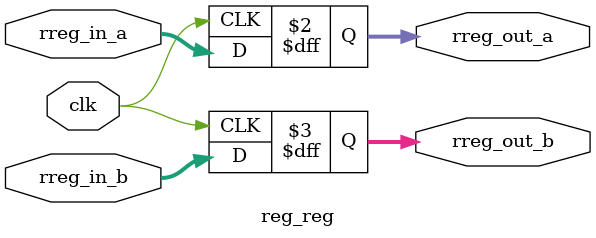
<source format=v>
`timescale 1ns / 1ps
module reg_reg(
	input [31:0]rreg_in_a,
	input [31:0]rreg_in_b,
	input clk,
	output reg [31:0]rreg_out_a,
	output reg [31:0]rreg_out_b
);

always @ (posedge clk)
begin
	rreg_out_a = rreg_in_a;
	rreg_out_b = rreg_in_b;
end


endmodule

</source>
